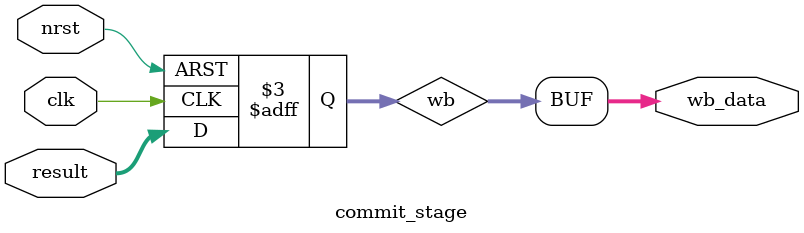
<source format=sv>
module commit_stage(
	input logic clk, nrst,
	input logic [31:0] result,  // input result from mem to commit stage
	output logic [31:0] wb_data // final output that will be written back in register file PIPE #5
	);

	// registers
	logic [31:0] wb;
	
	// PIPE
	always_ff @(posedge clk, negedge nrst)
	  begin
		if (!nrst)
			wb <= 0;
		else
			wb <= result;
	  end

	// output
	assign wb_data = wb;


endmodule

</source>
